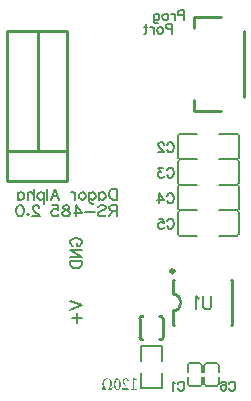
<source format=gbo>
G04 Layer: BottomSilkscreenLayer*
G04 EasyEDA v6.5.39, 2024-01-09 17:58:11*
G04 1731ee7187ce4ff3998c1f3127dcefb7,7c1e8d740ba24e6f83eb2d53d3341807,10*
G04 Gerber Generator version 0.2*
G04 Scale: 100 percent, Rotated: No, Reflected: No *
G04 Dimensions in millimeters *
G04 leading zeros omitted , absolute positions ,4 integer and 5 decimal *
%FSLAX45Y45*%
%MOMM*%

%ADD10C,0.2032*%
%ADD11C,0.1524*%
%ADD12C,0.2400*%
%ADD13C,0.1500*%
%ADD14C,0.2540*%
%ADD15C,0.3000*%
%ADD16C,0.0197*%

%LPD*%
G36*
X2483104Y-1504950D02*
G01*
X2477820Y-1505254D01*
X2472690Y-1506169D01*
X2467762Y-1507693D01*
X2463088Y-1509826D01*
X2458720Y-1512570D01*
X2454808Y-1515821D01*
X2451252Y-1519682D01*
X2448255Y-1524101D01*
X2445816Y-1529080D01*
X2443988Y-1534566D01*
X2442870Y-1540560D01*
X2442464Y-1547114D01*
X2442972Y-1553718D01*
X2444496Y-1560017D01*
X2446832Y-1566011D01*
X2449931Y-1571650D01*
X2453741Y-1576933D01*
X2458110Y-1581810D01*
X2462936Y-1586280D01*
X2468118Y-1590294D01*
X2448560Y-1590294D01*
X2445258Y-1576578D01*
X2437892Y-1576578D01*
X2439162Y-1600200D01*
X2476754Y-1600200D01*
X2476754Y-1591564D01*
X2472029Y-1587398D01*
X2467864Y-1582724D01*
X2464206Y-1577594D01*
X2461158Y-1572107D01*
X2458669Y-1566265D01*
X2456891Y-1560118D01*
X2455773Y-1553718D01*
X2455418Y-1547114D01*
X2455875Y-1539748D01*
X2457297Y-1532890D01*
X2459634Y-1526794D01*
X2462784Y-1521460D01*
X2466746Y-1517091D01*
X2471470Y-1513840D01*
X2476957Y-1511757D01*
X2483104Y-1511046D01*
X2489352Y-1511757D01*
X2494838Y-1513840D01*
X2499664Y-1517091D01*
X2503627Y-1521460D01*
X2506827Y-1526794D01*
X2509164Y-1532890D01*
X2510586Y-1539748D01*
X2511044Y-1547114D01*
X2510688Y-1553718D01*
X2509570Y-1560118D01*
X2507792Y-1566265D01*
X2505354Y-1572107D01*
X2502306Y-1577594D01*
X2498699Y-1582724D01*
X2494584Y-1587398D01*
X2489962Y-1591564D01*
X2489962Y-1600200D01*
X2527046Y-1600200D01*
X2528570Y-1576578D01*
X2521204Y-1576578D01*
X2517902Y-1590294D01*
X2498090Y-1590294D01*
X2503373Y-1586280D01*
X2508250Y-1581810D01*
X2512669Y-1576984D01*
X2516479Y-1571752D01*
X2519629Y-1566113D01*
X2521966Y-1560169D01*
X2523490Y-1553819D01*
X2523998Y-1547114D01*
X2523591Y-1540560D01*
X2522474Y-1534566D01*
X2520696Y-1529080D01*
X2518257Y-1524101D01*
X2515260Y-1519682D01*
X2511755Y-1515821D01*
X2507792Y-1512570D01*
X2503424Y-1509826D01*
X2498699Y-1507693D01*
X2493721Y-1506169D01*
X2488488Y-1505254D01*
G37*
G36*
X2639314Y-1505204D02*
G01*
X2633014Y-1505661D01*
X2627680Y-1507032D01*
X2623210Y-1509166D01*
X2619603Y-1512112D01*
X2616860Y-1515668D01*
X2614930Y-1519885D01*
X2613761Y-1524609D01*
X2613406Y-1529842D01*
X2613761Y-1534210D01*
X2614828Y-1538478D01*
X2616758Y-1542846D01*
X2619552Y-1547469D01*
X2623362Y-1552549D01*
X2628188Y-1558290D01*
X2641346Y-1572514D01*
X2657856Y-1589278D01*
X2609596Y-1589278D01*
X2609596Y-1600200D01*
X2666746Y-1600200D01*
X2666746Y-1591564D01*
X2645664Y-1567688D01*
X2636723Y-1556918D01*
X2633268Y-1552092D01*
X2630474Y-1547520D01*
X2628341Y-1543151D01*
X2626817Y-1538935D01*
X2625902Y-1534769D01*
X2625598Y-1530604D01*
X2626817Y-1522323D01*
X2630220Y-1516024D01*
X2635554Y-1511960D01*
X2642616Y-1510538D01*
X2646070Y-1510842D01*
X2650236Y-1511554D01*
X2653030Y-1521714D01*
X2654350Y-1525778D01*
X2656027Y-1528521D01*
X2658059Y-1530096D01*
X2660396Y-1530604D01*
X2662529Y-1530299D01*
X2664409Y-1529384D01*
X2665984Y-1528013D01*
X2667254Y-1526286D01*
X2666034Y-1521307D01*
X2663952Y-1516989D01*
X2661158Y-1513382D01*
X2657652Y-1510436D01*
X2653639Y-1508099D01*
X2649169Y-1506474D01*
X2644394Y-1505508D01*
G37*
G36*
X2568702Y-1505204D02*
G01*
X2565095Y-1505458D01*
X2561539Y-1506321D01*
X2558084Y-1507794D01*
X2554782Y-1509826D01*
X2551633Y-1512570D01*
X2548788Y-1516024D01*
X2546248Y-1520190D01*
X2544013Y-1525117D01*
X2542235Y-1530807D01*
X2540863Y-1537360D01*
X2540050Y-1544726D01*
X2539746Y-1552956D01*
X2552192Y-1552956D01*
X2552547Y-1541526D01*
X2553614Y-1532229D01*
X2555189Y-1524863D01*
X2557322Y-1519326D01*
X2559812Y-1515313D01*
X2562606Y-1512671D01*
X2565603Y-1511249D01*
X2568702Y-1510792D01*
X2572004Y-1511249D01*
X2575102Y-1512671D01*
X2577998Y-1515313D01*
X2580538Y-1519326D01*
X2582672Y-1524863D01*
X2584297Y-1532229D01*
X2585364Y-1541526D01*
X2585720Y-1552956D01*
X2585364Y-1564843D01*
X2584297Y-1574444D01*
X2582672Y-1582064D01*
X2580538Y-1587855D01*
X2577998Y-1592021D01*
X2575102Y-1594713D01*
X2572004Y-1596186D01*
X2568702Y-1596644D01*
X2565603Y-1596186D01*
X2562606Y-1594662D01*
X2559812Y-1591919D01*
X2557322Y-1587754D01*
X2555189Y-1581962D01*
X2553614Y-1574342D01*
X2552547Y-1564741D01*
X2552192Y-1552956D01*
X2539746Y-1552956D01*
X2540050Y-1561439D01*
X2540863Y-1569008D01*
X2542235Y-1575714D01*
X2544013Y-1581607D01*
X2546248Y-1586636D01*
X2548788Y-1590903D01*
X2551633Y-1594408D01*
X2554782Y-1597202D01*
X2558084Y-1599336D01*
X2561539Y-1600809D01*
X2565095Y-1601673D01*
X2568702Y-1601978D01*
X2572410Y-1601673D01*
X2576068Y-1600809D01*
X2579624Y-1599336D01*
X2582976Y-1597202D01*
X2586177Y-1594408D01*
X2589072Y-1590903D01*
X2591612Y-1586636D01*
X2593848Y-1581607D01*
X2595676Y-1575714D01*
X2597048Y-1569008D01*
X2597861Y-1561439D01*
X2598166Y-1552956D01*
X2597861Y-1544726D01*
X2597048Y-1537360D01*
X2595676Y-1530807D01*
X2593848Y-1525117D01*
X2591612Y-1520190D01*
X2589072Y-1516024D01*
X2586177Y-1512570D01*
X2582976Y-1509826D01*
X2579624Y-1507794D01*
X2576068Y-1506321D01*
X2572410Y-1505458D01*
G37*
G36*
X2702814Y-1505712D02*
G01*
X2700782Y-1507236D01*
X2701290Y-1527302D01*
X2701036Y-1593088D01*
X2681478Y-1595882D01*
X2681478Y-1600200D01*
X2732786Y-1600200D01*
X2732786Y-1595882D01*
X2712974Y-1593088D01*
X2712770Y-1582013D01*
X2712720Y-1516380D01*
X2731262Y-1517904D01*
X2731262Y-1513078D01*
G37*
D10*
X3136900Y1609773D02*
G01*
X3136900Y1528635D01*
X3136900Y1609773D02*
G01*
X3102127Y1609773D01*
X3090537Y1605909D01*
X3086674Y1602044D01*
X3082808Y1594317D01*
X3082808Y1582727D01*
X3086674Y1575000D01*
X3090537Y1571137D01*
X3102127Y1567271D01*
X3136900Y1567271D01*
X3057309Y1582727D02*
G01*
X3057309Y1528635D01*
X3057309Y1559544D02*
G01*
X3053445Y1571137D01*
X3045719Y1578863D01*
X3037989Y1582727D01*
X3026399Y1582727D01*
X2981581Y1582727D02*
G01*
X2989308Y1578863D01*
X2997037Y1571137D01*
X3000900Y1559544D01*
X3000900Y1551818D01*
X2997037Y1540228D01*
X2989308Y1532498D01*
X2981581Y1528635D01*
X2969991Y1528635D01*
X2962264Y1532498D01*
X2954535Y1540228D01*
X2950672Y1551818D01*
X2950672Y1559544D01*
X2954535Y1571137D01*
X2962264Y1578863D01*
X2969991Y1582727D01*
X2981581Y1582727D01*
X2878810Y1582727D02*
G01*
X2878810Y1520908D01*
X2882673Y1509318D01*
X2886537Y1505455D01*
X2894263Y1501592D01*
X2905853Y1501592D01*
X2913583Y1505455D01*
X2878810Y1571137D02*
G01*
X2886537Y1578863D01*
X2894263Y1582727D01*
X2905853Y1582727D01*
X2913583Y1578863D01*
X2921309Y1571137D01*
X2925173Y1559544D01*
X2925173Y1551818D01*
X2921309Y1540228D01*
X2913583Y1532498D01*
X2905853Y1528635D01*
X2894263Y1528635D01*
X2886537Y1532498D01*
X2878810Y1540228D01*
X3035300Y1495473D02*
G01*
X3035300Y1414335D01*
X3035300Y1495473D02*
G01*
X3000527Y1495473D01*
X2988937Y1491609D01*
X2985074Y1487744D01*
X2981208Y1480017D01*
X2981208Y1468427D01*
X2985074Y1460700D01*
X2988937Y1456837D01*
X3000527Y1452971D01*
X3035300Y1452971D01*
X2936389Y1468427D02*
G01*
X2944119Y1464563D01*
X2951845Y1456837D01*
X2955709Y1445244D01*
X2955709Y1437518D01*
X2951845Y1425928D01*
X2944119Y1418198D01*
X2936389Y1414335D01*
X2924799Y1414335D01*
X2917073Y1418198D01*
X2909346Y1425928D01*
X2905483Y1437518D01*
X2905483Y1445244D01*
X2909346Y1456837D01*
X2917073Y1464563D01*
X2924799Y1468427D01*
X2936389Y1468427D01*
X2879981Y1468427D02*
G01*
X2879981Y1414335D01*
X2879981Y1445244D02*
G01*
X2876118Y1456837D01*
X2868391Y1464563D01*
X2860664Y1468427D01*
X2849072Y1468427D01*
X2811983Y1495473D02*
G01*
X2811983Y1429791D01*
X2808119Y1418198D01*
X2800390Y1414335D01*
X2792663Y1414335D01*
X2823573Y1468427D02*
G01*
X2796527Y1468427D01*
X2565400Y100909D02*
G01*
X2565400Y5453D01*
X2565400Y100909D02*
G01*
X2533581Y100909D01*
X2519946Y96362D01*
X2510853Y87271D01*
X2506309Y78181D01*
X2501762Y64546D01*
X2501762Y41818D01*
X2506309Y28181D01*
X2510853Y19090D01*
X2519946Y9999D01*
X2533581Y5453D01*
X2565400Y5453D01*
X2417218Y69090D02*
G01*
X2417218Y5453D01*
X2417218Y55453D02*
G01*
X2426309Y64546D01*
X2435400Y69090D01*
X2449037Y69090D01*
X2458128Y64546D01*
X2467218Y55453D01*
X2471762Y41818D01*
X2471762Y32727D01*
X2467218Y19090D01*
X2458128Y9999D01*
X2449037Y5453D01*
X2435400Y5453D01*
X2426309Y9999D01*
X2417218Y19090D01*
X2332672Y69090D02*
G01*
X2332672Y-3637D01*
X2337219Y-17271D01*
X2341763Y-21818D01*
X2350853Y-26362D01*
X2364491Y-26362D01*
X2373581Y-21818D01*
X2332672Y55453D02*
G01*
X2341763Y64546D01*
X2350853Y69090D01*
X2364491Y69090D01*
X2373581Y64546D01*
X2382672Y55453D01*
X2387218Y41818D01*
X2387218Y32727D01*
X2382672Y19090D01*
X2373581Y9999D01*
X2364491Y5453D01*
X2350853Y5453D01*
X2341763Y9999D01*
X2332672Y19090D01*
X2279947Y69090D02*
G01*
X2289037Y64546D01*
X2298128Y55453D01*
X2302672Y41818D01*
X2302672Y32727D01*
X2298128Y19090D01*
X2289037Y9999D01*
X2279947Y5453D01*
X2266309Y5453D01*
X2257219Y9999D01*
X2248128Y19090D01*
X2243581Y32727D01*
X2243581Y41818D01*
X2248128Y55453D01*
X2257219Y64546D01*
X2266309Y69090D01*
X2279947Y69090D01*
X2213582Y69090D02*
G01*
X2213582Y5453D01*
X2213582Y41818D02*
G01*
X2209038Y55453D01*
X2199947Y64546D01*
X2190854Y69090D01*
X2177219Y69090D01*
X2040854Y100909D02*
G01*
X2077219Y5453D01*
X2040854Y100909D02*
G01*
X2004491Y5453D01*
X2063582Y37271D02*
G01*
X2018129Y37271D01*
X1974491Y100909D02*
G01*
X1974491Y5453D01*
X1944491Y69090D02*
G01*
X1944491Y-26362D01*
X1944491Y55453D02*
G01*
X1935401Y64546D01*
X1926310Y69090D01*
X1912673Y69090D01*
X1903582Y64546D01*
X1894492Y55453D01*
X1889947Y41818D01*
X1889947Y32727D01*
X1894492Y19090D01*
X1903582Y9999D01*
X1912673Y5453D01*
X1926310Y5453D01*
X1935401Y9999D01*
X1944491Y19090D01*
X1859948Y100909D02*
G01*
X1859948Y5453D01*
X1859948Y50909D02*
G01*
X1846310Y64546D01*
X1837220Y69090D01*
X1823582Y69090D01*
X1814492Y64546D01*
X1809948Y50909D01*
X1809948Y5453D01*
X1725401Y69090D02*
G01*
X1725401Y5453D01*
X1725401Y55453D02*
G01*
X1734492Y64546D01*
X1743582Y69090D01*
X1757220Y69090D01*
X1766310Y64546D01*
X1775401Y55453D01*
X1779948Y41818D01*
X1779948Y32727D01*
X1775401Y19090D01*
X1766310Y9999D01*
X1757220Y5453D01*
X1743582Y5453D01*
X1734492Y9999D01*
X1725401Y19090D01*
X2565400Y-38790D02*
G01*
X2565400Y-134246D01*
X2565400Y-38790D02*
G01*
X2524490Y-38790D01*
X2510853Y-43337D01*
X2506309Y-47881D01*
X2501762Y-56972D01*
X2501762Y-66062D01*
X2506309Y-75153D01*
X2510853Y-79700D01*
X2524490Y-84246D01*
X2565400Y-84246D01*
X2533581Y-84246D02*
G01*
X2501762Y-134246D01*
X2408128Y-52428D02*
G01*
X2417218Y-43337D01*
X2430853Y-38790D01*
X2449037Y-38790D01*
X2462672Y-43337D01*
X2471762Y-52428D01*
X2471762Y-61518D01*
X2467218Y-70609D01*
X2462672Y-75153D01*
X2453581Y-79700D01*
X2426309Y-88790D01*
X2417218Y-93337D01*
X2412672Y-97881D01*
X2408128Y-106972D01*
X2408128Y-120609D01*
X2417218Y-129700D01*
X2430853Y-134246D01*
X2449037Y-134246D01*
X2462672Y-129700D01*
X2471762Y-120609D01*
X2378128Y-93337D02*
G01*
X2296309Y-93337D01*
X2220854Y-38790D02*
G01*
X2266309Y-102428D01*
X2198128Y-102428D01*
X2220854Y-38790D02*
G01*
X2220854Y-134246D01*
X2145400Y-38790D02*
G01*
X2159038Y-43337D01*
X2163582Y-52428D01*
X2163582Y-61518D01*
X2159038Y-70609D01*
X2149947Y-75153D01*
X2131763Y-79700D01*
X2118128Y-84246D01*
X2109038Y-93337D01*
X2104491Y-102428D01*
X2104491Y-116062D01*
X2109038Y-125153D01*
X2113582Y-129700D01*
X2127219Y-134246D01*
X2145400Y-134246D01*
X2159038Y-129700D01*
X2163582Y-125153D01*
X2168128Y-116062D01*
X2168128Y-102428D01*
X2163582Y-93337D01*
X2154491Y-84246D01*
X2140854Y-79700D01*
X2122672Y-75153D01*
X2113582Y-70609D01*
X2109038Y-61518D01*
X2109038Y-52428D01*
X2113582Y-43337D01*
X2127219Y-38790D01*
X2145400Y-38790D01*
X2019947Y-38790D02*
G01*
X2065400Y-38790D01*
X2069947Y-79700D01*
X2065400Y-75153D01*
X2051763Y-70609D01*
X2038129Y-70609D01*
X2024491Y-75153D01*
X2015401Y-84246D01*
X2010854Y-97881D01*
X2010854Y-106972D01*
X2015401Y-120609D01*
X2024491Y-129700D01*
X2038129Y-134246D01*
X2051763Y-134246D01*
X2065400Y-129700D01*
X2069947Y-125153D01*
X2074491Y-116062D01*
X1906310Y-61518D02*
G01*
X1906310Y-56972D01*
X1901764Y-47881D01*
X1897219Y-43337D01*
X1888129Y-38790D01*
X1869947Y-38790D01*
X1860854Y-43337D01*
X1856310Y-47881D01*
X1851764Y-56972D01*
X1851764Y-66062D01*
X1856310Y-75153D01*
X1865401Y-88790D01*
X1910854Y-134246D01*
X1847220Y-134246D01*
X1812673Y-111518D02*
G01*
X1817220Y-116062D01*
X1812673Y-120609D01*
X1808129Y-116062D01*
X1812673Y-111518D01*
X1750855Y-38790D02*
G01*
X1764492Y-43337D01*
X1773582Y-56972D01*
X1778129Y-79700D01*
X1778129Y-93337D01*
X1773582Y-116062D01*
X1764492Y-129700D01*
X1750855Y-134246D01*
X1741764Y-134246D01*
X1728129Y-129700D01*
X1719038Y-116062D01*
X1714492Y-93337D01*
X1714492Y-79700D01*
X1719038Y-56972D01*
X1728129Y-43337D01*
X1741764Y-38790D01*
X1750855Y-38790D01*
X2172390Y-850900D02*
G01*
X2267846Y-887262D01*
X2172390Y-923627D02*
G01*
X2267846Y-887262D01*
X2186028Y-994537D02*
G01*
X2267846Y-994537D01*
X2226937Y-953627D02*
G01*
X2226937Y-1035446D01*
X2195118Y-385681D02*
G01*
X2186028Y-381137D01*
X2176937Y-372046D01*
X2172390Y-362953D01*
X2172390Y-344771D01*
X2176937Y-335681D01*
X2186028Y-326590D01*
X2195118Y-322046D01*
X2208753Y-317500D01*
X2231481Y-317500D01*
X2245118Y-322046D01*
X2254209Y-326590D01*
X2263300Y-335681D01*
X2267846Y-344771D01*
X2267846Y-362953D01*
X2263300Y-372046D01*
X2254209Y-381137D01*
X2245118Y-385681D01*
X2231481Y-385681D01*
X2231481Y-362953D02*
G01*
X2231481Y-385681D01*
X2172390Y-415681D02*
G01*
X2267846Y-415681D01*
X2172390Y-415681D02*
G01*
X2267846Y-479318D01*
X2172390Y-479318D02*
G01*
X2267846Y-479318D01*
X2172390Y-509318D02*
G01*
X2267846Y-509318D01*
X2172390Y-509318D02*
G01*
X2172390Y-541136D01*
X2176937Y-554771D01*
X2186028Y-563862D01*
X2195118Y-568408D01*
X2208753Y-572952D01*
X2231481Y-572952D01*
X2245118Y-568408D01*
X2254209Y-563862D01*
X2263300Y-554771D01*
X2267846Y-541136D01*
X2267846Y-509318D01*
D11*
X3514153Y-1550355D02*
G01*
X3517790Y-1543083D01*
X3525062Y-1535808D01*
X3532337Y-1532173D01*
X3546881Y-1532173D01*
X3554153Y-1535808D01*
X3561427Y-1543083D01*
X3565062Y-1550355D01*
X3568700Y-1561264D01*
X3568700Y-1579445D01*
X3565062Y-1590354D01*
X3561427Y-1597626D01*
X3554153Y-1604898D01*
X3546881Y-1608536D01*
X3532337Y-1608536D01*
X3525062Y-1604898D01*
X3517790Y-1597626D01*
X3514153Y-1590354D01*
X3446518Y-1543083D02*
G01*
X3450155Y-1535808D01*
X3461064Y-1532173D01*
X3468336Y-1532173D01*
X3479246Y-1535808D01*
X3486518Y-1546717D01*
X3490155Y-1564899D01*
X3490155Y-1583082D01*
X3486518Y-1597626D01*
X3479246Y-1604898D01*
X3468336Y-1608536D01*
X3464699Y-1608536D01*
X3453790Y-1604898D01*
X3446518Y-1597626D01*
X3442881Y-1586717D01*
X3442881Y-1583082D01*
X3446518Y-1572173D01*
X3453790Y-1564899D01*
X3464699Y-1561264D01*
X3468336Y-1561264D01*
X3479246Y-1564899D01*
X3486518Y-1572173D01*
X3490155Y-1583082D01*
X2989968Y256954D02*
G01*
X2993831Y264680D01*
X3001561Y272409D01*
X3009287Y276273D01*
X3024741Y276273D01*
X3032470Y272409D01*
X3040197Y264680D01*
X3044060Y256954D01*
X3047923Y245363D01*
X3047923Y226044D01*
X3044060Y214454D01*
X3040197Y206728D01*
X3032470Y198999D01*
X3024741Y195135D01*
X3009287Y195135D01*
X3001561Y198999D01*
X2993831Y206728D01*
X2989968Y214454D01*
X2956742Y276273D02*
G01*
X2914241Y276273D01*
X2937423Y245363D01*
X2925833Y245363D01*
X2918106Y241499D01*
X2914241Y237637D01*
X2910377Y226044D01*
X2910377Y218318D01*
X2914241Y206728D01*
X2921970Y198999D01*
X2933560Y195135D01*
X2945150Y195135D01*
X2956742Y198999D01*
X2960606Y202864D01*
X2964469Y210591D01*
X2989968Y41054D02*
G01*
X2993831Y48780D01*
X3001561Y56509D01*
X3009287Y60373D01*
X3024741Y60373D01*
X3032470Y56509D01*
X3040197Y48780D01*
X3044060Y41054D01*
X3047923Y29463D01*
X3047923Y10144D01*
X3044060Y-1445D01*
X3040197Y-9171D01*
X3032470Y-16900D01*
X3024741Y-20764D01*
X3009287Y-20764D01*
X3001561Y-16900D01*
X2993831Y-9171D01*
X2989968Y-1445D01*
X2925833Y60373D02*
G01*
X2964469Y6281D01*
X2906514Y6281D01*
X2925833Y60373D02*
G01*
X2925833Y-20764D01*
X2989994Y-174845D02*
G01*
X2993857Y-167119D01*
X3001586Y-159390D01*
X3009313Y-155526D01*
X3024766Y-155526D01*
X3032495Y-159390D01*
X3040222Y-167119D01*
X3044085Y-174845D01*
X3047949Y-186436D01*
X3047949Y-205755D01*
X3044085Y-217345D01*
X3040222Y-225071D01*
X3032495Y-232800D01*
X3024766Y-236664D01*
X3009313Y-236664D01*
X3001586Y-232800D01*
X2993857Y-225071D01*
X2989994Y-217345D01*
X2918132Y-155526D02*
G01*
X2956768Y-155526D01*
X2960631Y-190300D01*
X2956768Y-186436D01*
X2945175Y-182572D01*
X2933585Y-182572D01*
X2921995Y-186436D01*
X2914266Y-194162D01*
X2910403Y-205755D01*
X2910403Y-213481D01*
X2914266Y-225071D01*
X2921995Y-232800D01*
X2933585Y-236664D01*
X2945175Y-236664D01*
X2956768Y-232800D01*
X2960631Y-228935D01*
X2964494Y-221208D01*
X2989968Y472854D02*
G01*
X2993831Y480580D01*
X3001561Y488309D01*
X3009287Y492173D01*
X3024741Y492173D01*
X3032470Y488309D01*
X3040197Y480580D01*
X3044060Y472854D01*
X3047923Y461263D01*
X3047923Y441944D01*
X3044060Y430354D01*
X3040197Y422628D01*
X3032470Y414899D01*
X3024741Y411035D01*
X3009287Y411035D01*
X3001561Y414899D01*
X2993831Y422628D01*
X2989968Y430354D01*
X2960606Y472854D02*
G01*
X2960606Y476717D01*
X2956742Y484444D01*
X2952879Y488309D01*
X2945150Y492173D01*
X2929696Y492173D01*
X2921970Y488309D01*
X2918106Y484444D01*
X2914241Y476717D01*
X2914241Y468990D01*
X2918106Y461263D01*
X2925833Y449671D01*
X2964469Y411035D01*
X2910377Y411035D01*
X3082353Y-1550355D02*
G01*
X3085990Y-1543083D01*
X3093262Y-1535808D01*
X3100537Y-1532173D01*
X3115081Y-1532173D01*
X3122353Y-1535808D01*
X3129627Y-1543083D01*
X3133262Y-1550355D01*
X3136900Y-1561264D01*
X3136900Y-1579445D01*
X3133262Y-1590354D01*
X3129627Y-1597626D01*
X3122353Y-1604898D01*
X3115081Y-1608536D01*
X3100537Y-1608536D01*
X3093262Y-1604898D01*
X3085990Y-1597626D01*
X3082353Y-1590354D01*
X3058355Y-1546717D02*
G01*
X3051081Y-1543083D01*
X3040171Y-1532173D01*
X3040171Y-1608536D01*
X3365500Y-811784D02*
G01*
X3365500Y-889762D01*
X3360420Y-905255D01*
X3350006Y-915670D01*
X3334258Y-920750D01*
X3323843Y-920750D01*
X3308350Y-915670D01*
X3297936Y-905255D01*
X3292856Y-889762D01*
X3292856Y-811784D01*
X3258565Y-832612D02*
G01*
X3248152Y-827278D01*
X3232404Y-811784D01*
X3232404Y-920750D01*
D12*
X1893295Y419945D02*
G01*
X1893295Y1435100D01*
X1638300Y419945D02*
G01*
X2146300Y419945D01*
X1638300Y1435100D02*
G01*
X2146300Y1435100D01*
X2146300Y165100D01*
X1638300Y165100D01*
X1638300Y1435100D01*
D13*
X3305492Y-1455204D02*
G01*
X3305492Y-1393200D01*
X3305492Y-1491208D02*
G01*
X3305492Y-1553199D01*
X3425497Y-1491208D02*
G01*
X3425497Y-1553199D01*
X3405497Y-1568208D02*
G01*
X3325500Y-1568208D01*
X3425497Y-1455204D02*
G01*
X3425497Y-1393200D01*
X3405497Y-1378204D02*
G01*
X3325500Y-1378204D01*
X3410488Y-1568208D02*
G01*
X3405497Y-1568208D01*
X3320501Y-1568208D02*
G01*
X3325500Y-1568208D01*
X3410501Y-1378204D02*
G01*
X3405497Y-1378204D01*
X3320488Y-1378204D02*
G01*
X3325500Y-1378204D01*
D11*
X3098980Y350560D02*
G01*
X3247478Y350560D01*
X3247478Y132039D02*
G01*
X3098980Y132039D01*
X3083740Y147279D02*
G01*
X3083740Y335320D01*
X3581219Y350560D02*
G01*
X3432721Y350560D01*
X3432721Y132039D02*
G01*
X3581219Y132039D01*
X3596459Y147279D02*
G01*
X3596459Y335320D01*
X3098980Y134660D02*
G01*
X3247478Y134660D01*
X3247478Y-83860D02*
G01*
X3098980Y-83860D01*
X3083740Y-68620D02*
G01*
X3083740Y119420D01*
X3581219Y134660D02*
G01*
X3432721Y134660D01*
X3432721Y-83860D02*
G01*
X3581219Y-83860D01*
X3596459Y-68620D02*
G01*
X3596459Y119420D01*
X3098980Y-81239D02*
G01*
X3247478Y-81239D01*
X3247478Y-299760D02*
G01*
X3098980Y-299760D01*
X3083740Y-284520D02*
G01*
X3083740Y-96479D01*
X3581219Y-81239D02*
G01*
X3432721Y-81239D01*
X3432721Y-299760D02*
G01*
X3581219Y-299760D01*
X3596459Y-284520D02*
G01*
X3596459Y-96479D01*
X3098980Y566460D02*
G01*
X3247478Y566460D01*
X3247478Y347939D02*
G01*
X3098980Y347939D01*
X3083740Y363179D02*
G01*
X3083740Y551220D01*
X3581219Y566460D02*
G01*
X3432721Y566460D01*
X3432721Y347939D02*
G01*
X3581219Y347939D01*
X3596459Y363179D02*
G01*
X3596459Y551220D01*
D14*
X3216948Y1555696D02*
G01*
X3216948Y1458808D01*
X3216948Y852581D02*
G01*
X3216948Y755700D01*
X3216948Y755700D02*
G01*
X3448834Y755700D01*
X3216948Y1555696D02*
G01*
X3448834Y1555696D01*
X3641945Y1437579D02*
G01*
X3641945Y873818D01*
D13*
X3165792Y-1455204D02*
G01*
X3165792Y-1393200D01*
X3165792Y-1491208D02*
G01*
X3165792Y-1553199D01*
X3285797Y-1491208D02*
G01*
X3285797Y-1553199D01*
X3265797Y-1568208D02*
G01*
X3185800Y-1568208D01*
X3285797Y-1455204D02*
G01*
X3285797Y-1393200D01*
X3265797Y-1378204D02*
G01*
X3185800Y-1378204D01*
X3270788Y-1568208D02*
G01*
X3265797Y-1568208D01*
X3180801Y-1568208D02*
G01*
X3185800Y-1568208D01*
X3270801Y-1378204D02*
G01*
X3265797Y-1378204D01*
X3180788Y-1378204D02*
G01*
X3185800Y-1378204D01*
D11*
X2765790Y-1362080D02*
G01*
X2765790Y-1233586D01*
X2949209Y-1233586D01*
X2949209Y-1362080D01*
X2765790Y-1457319D02*
G01*
X2765790Y-1585813D01*
X2949209Y-1585813D01*
X2949209Y-1457319D01*
D14*
X2956559Y-1158239D02*
G01*
X2956559Y-1000760D01*
X2758440Y-1000760D02*
G01*
X2758440Y-1158239D01*
X3039300Y-713600D02*
G01*
X3039300Y-790943D01*
X3039300Y-1013599D02*
G01*
X3039300Y-936228D01*
X3039300Y-1013599D02*
G01*
X3039300Y-1054100D01*
X3048441Y-1054100D01*
X3539299Y-713600D02*
G01*
X3539299Y-673100D01*
X3530158Y-673100D01*
X3039300Y-713600D02*
G01*
X3039300Y-673100D01*
X3048441Y-673100D01*
X3539299Y-1013599D02*
G01*
X3539299Y-1054100D01*
X3530158Y-1054100D01*
X3539299Y-1013599D02*
G01*
X3539299Y-713600D01*
D13*
G75*
G01*
X3425497Y-1553200D02*
G02*
X3410488Y-1568209I-15009J0D01*
G75*
G01*
X3305492Y-1553200D02*
G03*
X3320501Y-1568209I15009J0D01*
G75*
G01*
X3425497Y-1393200D02*
G03*
X3410501Y-1378204I-14996J0D01*
G75*
G01*
X3305492Y-1393200D02*
G02*
X3320489Y-1378204I14997J0D01*
D11*
G75*
G01*
X3098980Y132039D02*
G02*
X3083740Y147279I0J15240D01*
G75*
G01*
X3083740Y335321D02*
G02*
X3098980Y350561I15240J0D01*
G75*
G01*
X3581220Y132039D02*
G03*
X3596460Y147279I0J15240D01*
G75*
G01*
X3596460Y335321D02*
G03*
X3581220Y350561I-15240J0D01*
G75*
G01*
X3098980Y-83861D02*
G02*
X3083740Y-68621I0J15240D01*
G75*
G01*
X3083740Y119421D02*
G02*
X3098980Y134661I15240J0D01*
G75*
G01*
X3581220Y-83861D02*
G03*
X3596460Y-68621I0J15240D01*
G75*
G01*
X3596460Y119421D02*
G03*
X3581220Y134661I-15240J0D01*
G75*
G01*
X3098980Y-299761D02*
G02*
X3083740Y-284521I0J15240D01*
G75*
G01*
X3083740Y-96479D02*
G02*
X3098980Y-81239I15240J0D01*
G75*
G01*
X3581220Y-299761D02*
G03*
X3596460Y-284521I0J15240D01*
G75*
G01*
X3596460Y-96479D02*
G03*
X3581220Y-81239I-15240J0D01*
G75*
G01*
X3098980Y347939D02*
G02*
X3083740Y363179I0J15240D01*
G75*
G01*
X3083740Y551221D02*
G02*
X3098980Y566461I15240J0D01*
G75*
G01*
X3581220Y347939D02*
G03*
X3596460Y363179I0J15240D01*
G75*
G01*
X3596460Y551221D02*
G03*
X3581220Y566461I-15240J0D01*
D13*
G75*
G01*
X3285797Y-1553200D02*
G02*
X3270788Y-1568209I-15009J0D01*
G75*
G01*
X3165792Y-1553200D02*
G03*
X3180801Y-1568209I15009J0D01*
G75*
G01*
X3285797Y-1393200D02*
G03*
X3270801Y-1378204I-14996J0D01*
G75*
G01*
X3165792Y-1393200D02*
G02*
X3180789Y-1378204I14997J0D01*
D14*
G75*
G01*
X2757500Y-1159500D02*
G03*
X2787500Y-1179500I24999J4999D01*
G75*
G01*
X2787500Y-979500D02*
G03*
X2757500Y-999500I-5001J-24999D01*
G75*
G01*
X2927500Y-979500D02*
G02*
X2957500Y-999500I5001J-24999D01*
G75*
G01*
X2957500Y-1159500D02*
G02*
X2927500Y-1179500I-24999J4999D01*
G75*
G01*
X3039301Y-790943D02*
G02*
X3039791Y-936229I-3981J-72657D01*
D15*
G75*
G01
X3050311Y-596900D02*
G03X3050311Y-596900I-15011J0D01*
M02*

</source>
